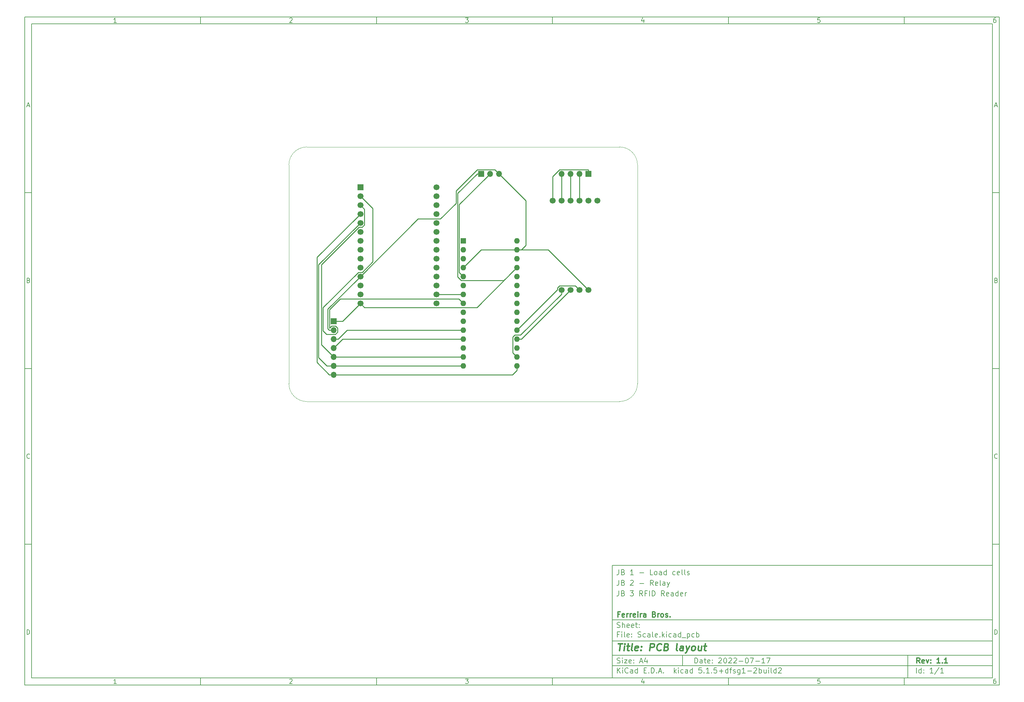
<source format=gbr>
G04 #@! TF.GenerationSoftware,KiCad,Pcbnew,5.1.5+dfsg1-2build2*
G04 #@! TF.CreationDate,2022-07-17T13:13:04+01:00*
G04 #@! TF.ProjectId,Scale,5363616c-652e-46b6-9963-61645f706362,1.1*
G04 #@! TF.SameCoordinates,Original*
G04 #@! TF.FileFunction,Copper,L1,Top*
G04 #@! TF.FilePolarity,Positive*
%FSLAX46Y46*%
G04 Gerber Fmt 4.6, Leading zero omitted, Abs format (unit mm)*
G04 Created by KiCad (PCBNEW 5.1.5+dfsg1-2build2) date 2022-07-17 13:13:04*
%MOMM*%
%LPD*%
G04 APERTURE LIST*
%ADD10C,0.100000*%
%ADD11C,0.150000*%
%ADD12C,0.300000*%
%ADD13C,0.400000*%
%ADD14C,1.700000*%
%ADD15R,1.700000X1.700000*%
%ADD16O,1.700000X1.700000*%
%ADD17O,1.600000X1.600000*%
%ADD18R,1.600000X1.600000*%
%ADD19C,0.250000*%
G04 APERTURE END LIST*
D10*
D11*
X177002200Y-166007200D02*
X177002200Y-198007200D01*
X285002200Y-198007200D01*
X285002200Y-166007200D01*
X177002200Y-166007200D01*
D10*
D11*
X10000000Y-10000000D02*
X10000000Y-200007200D01*
X287002200Y-200007200D01*
X287002200Y-10000000D01*
X10000000Y-10000000D01*
D10*
D11*
X12000000Y-12000000D02*
X12000000Y-198007200D01*
X285002200Y-198007200D01*
X285002200Y-12000000D01*
X12000000Y-12000000D01*
D10*
D11*
X60000000Y-12000000D02*
X60000000Y-10000000D01*
D10*
D11*
X110000000Y-12000000D02*
X110000000Y-10000000D01*
D10*
D11*
X160000000Y-12000000D02*
X160000000Y-10000000D01*
D10*
D11*
X210000000Y-12000000D02*
X210000000Y-10000000D01*
D10*
D11*
X260000000Y-12000000D02*
X260000000Y-10000000D01*
D10*
D11*
X36065476Y-11588095D02*
X35322619Y-11588095D01*
X35694047Y-11588095D02*
X35694047Y-10288095D01*
X35570238Y-10473809D01*
X35446428Y-10597619D01*
X35322619Y-10659523D01*
D10*
D11*
X85322619Y-10411904D02*
X85384523Y-10350000D01*
X85508333Y-10288095D01*
X85817857Y-10288095D01*
X85941666Y-10350000D01*
X86003571Y-10411904D01*
X86065476Y-10535714D01*
X86065476Y-10659523D01*
X86003571Y-10845238D01*
X85260714Y-11588095D01*
X86065476Y-11588095D01*
D10*
D11*
X135260714Y-10288095D02*
X136065476Y-10288095D01*
X135632142Y-10783333D01*
X135817857Y-10783333D01*
X135941666Y-10845238D01*
X136003571Y-10907142D01*
X136065476Y-11030952D01*
X136065476Y-11340476D01*
X136003571Y-11464285D01*
X135941666Y-11526190D01*
X135817857Y-11588095D01*
X135446428Y-11588095D01*
X135322619Y-11526190D01*
X135260714Y-11464285D01*
D10*
D11*
X185941666Y-10721428D02*
X185941666Y-11588095D01*
X185632142Y-10226190D02*
X185322619Y-11154761D01*
X186127380Y-11154761D01*
D10*
D11*
X236003571Y-10288095D02*
X235384523Y-10288095D01*
X235322619Y-10907142D01*
X235384523Y-10845238D01*
X235508333Y-10783333D01*
X235817857Y-10783333D01*
X235941666Y-10845238D01*
X236003571Y-10907142D01*
X236065476Y-11030952D01*
X236065476Y-11340476D01*
X236003571Y-11464285D01*
X235941666Y-11526190D01*
X235817857Y-11588095D01*
X235508333Y-11588095D01*
X235384523Y-11526190D01*
X235322619Y-11464285D01*
D10*
D11*
X285941666Y-10288095D02*
X285694047Y-10288095D01*
X285570238Y-10350000D01*
X285508333Y-10411904D01*
X285384523Y-10597619D01*
X285322619Y-10845238D01*
X285322619Y-11340476D01*
X285384523Y-11464285D01*
X285446428Y-11526190D01*
X285570238Y-11588095D01*
X285817857Y-11588095D01*
X285941666Y-11526190D01*
X286003571Y-11464285D01*
X286065476Y-11340476D01*
X286065476Y-11030952D01*
X286003571Y-10907142D01*
X285941666Y-10845238D01*
X285817857Y-10783333D01*
X285570238Y-10783333D01*
X285446428Y-10845238D01*
X285384523Y-10907142D01*
X285322619Y-11030952D01*
D10*
D11*
X60000000Y-198007200D02*
X60000000Y-200007200D01*
D10*
D11*
X110000000Y-198007200D02*
X110000000Y-200007200D01*
D10*
D11*
X160000000Y-198007200D02*
X160000000Y-200007200D01*
D10*
D11*
X210000000Y-198007200D02*
X210000000Y-200007200D01*
D10*
D11*
X260000000Y-198007200D02*
X260000000Y-200007200D01*
D10*
D11*
X36065476Y-199595295D02*
X35322619Y-199595295D01*
X35694047Y-199595295D02*
X35694047Y-198295295D01*
X35570238Y-198481009D01*
X35446428Y-198604819D01*
X35322619Y-198666723D01*
D10*
D11*
X85322619Y-198419104D02*
X85384523Y-198357200D01*
X85508333Y-198295295D01*
X85817857Y-198295295D01*
X85941666Y-198357200D01*
X86003571Y-198419104D01*
X86065476Y-198542914D01*
X86065476Y-198666723D01*
X86003571Y-198852438D01*
X85260714Y-199595295D01*
X86065476Y-199595295D01*
D10*
D11*
X135260714Y-198295295D02*
X136065476Y-198295295D01*
X135632142Y-198790533D01*
X135817857Y-198790533D01*
X135941666Y-198852438D01*
X136003571Y-198914342D01*
X136065476Y-199038152D01*
X136065476Y-199347676D01*
X136003571Y-199471485D01*
X135941666Y-199533390D01*
X135817857Y-199595295D01*
X135446428Y-199595295D01*
X135322619Y-199533390D01*
X135260714Y-199471485D01*
D10*
D11*
X185941666Y-198728628D02*
X185941666Y-199595295D01*
X185632142Y-198233390D02*
X185322619Y-199161961D01*
X186127380Y-199161961D01*
D10*
D11*
X236003571Y-198295295D02*
X235384523Y-198295295D01*
X235322619Y-198914342D01*
X235384523Y-198852438D01*
X235508333Y-198790533D01*
X235817857Y-198790533D01*
X235941666Y-198852438D01*
X236003571Y-198914342D01*
X236065476Y-199038152D01*
X236065476Y-199347676D01*
X236003571Y-199471485D01*
X235941666Y-199533390D01*
X235817857Y-199595295D01*
X235508333Y-199595295D01*
X235384523Y-199533390D01*
X235322619Y-199471485D01*
D10*
D11*
X285941666Y-198295295D02*
X285694047Y-198295295D01*
X285570238Y-198357200D01*
X285508333Y-198419104D01*
X285384523Y-198604819D01*
X285322619Y-198852438D01*
X285322619Y-199347676D01*
X285384523Y-199471485D01*
X285446428Y-199533390D01*
X285570238Y-199595295D01*
X285817857Y-199595295D01*
X285941666Y-199533390D01*
X286003571Y-199471485D01*
X286065476Y-199347676D01*
X286065476Y-199038152D01*
X286003571Y-198914342D01*
X285941666Y-198852438D01*
X285817857Y-198790533D01*
X285570238Y-198790533D01*
X285446428Y-198852438D01*
X285384523Y-198914342D01*
X285322619Y-199038152D01*
D10*
D11*
X10000000Y-60000000D02*
X12000000Y-60000000D01*
D10*
D11*
X10000000Y-110000000D02*
X12000000Y-110000000D01*
D10*
D11*
X10000000Y-160000000D02*
X12000000Y-160000000D01*
D10*
D11*
X10690476Y-35216666D02*
X11309523Y-35216666D01*
X10566666Y-35588095D02*
X11000000Y-34288095D01*
X11433333Y-35588095D01*
D10*
D11*
X11092857Y-84907142D02*
X11278571Y-84969047D01*
X11340476Y-85030952D01*
X11402380Y-85154761D01*
X11402380Y-85340476D01*
X11340476Y-85464285D01*
X11278571Y-85526190D01*
X11154761Y-85588095D01*
X10659523Y-85588095D01*
X10659523Y-84288095D01*
X11092857Y-84288095D01*
X11216666Y-84350000D01*
X11278571Y-84411904D01*
X11340476Y-84535714D01*
X11340476Y-84659523D01*
X11278571Y-84783333D01*
X11216666Y-84845238D01*
X11092857Y-84907142D01*
X10659523Y-84907142D01*
D10*
D11*
X11402380Y-135464285D02*
X11340476Y-135526190D01*
X11154761Y-135588095D01*
X11030952Y-135588095D01*
X10845238Y-135526190D01*
X10721428Y-135402380D01*
X10659523Y-135278571D01*
X10597619Y-135030952D01*
X10597619Y-134845238D01*
X10659523Y-134597619D01*
X10721428Y-134473809D01*
X10845238Y-134350000D01*
X11030952Y-134288095D01*
X11154761Y-134288095D01*
X11340476Y-134350000D01*
X11402380Y-134411904D01*
D10*
D11*
X10659523Y-185588095D02*
X10659523Y-184288095D01*
X10969047Y-184288095D01*
X11154761Y-184350000D01*
X11278571Y-184473809D01*
X11340476Y-184597619D01*
X11402380Y-184845238D01*
X11402380Y-185030952D01*
X11340476Y-185278571D01*
X11278571Y-185402380D01*
X11154761Y-185526190D01*
X10969047Y-185588095D01*
X10659523Y-185588095D01*
D10*
D11*
X287002200Y-60000000D02*
X285002200Y-60000000D01*
D10*
D11*
X287002200Y-110000000D02*
X285002200Y-110000000D01*
D10*
D11*
X287002200Y-160000000D02*
X285002200Y-160000000D01*
D10*
D11*
X285692676Y-35216666D02*
X286311723Y-35216666D01*
X285568866Y-35588095D02*
X286002200Y-34288095D01*
X286435533Y-35588095D01*
D10*
D11*
X286095057Y-84907142D02*
X286280771Y-84969047D01*
X286342676Y-85030952D01*
X286404580Y-85154761D01*
X286404580Y-85340476D01*
X286342676Y-85464285D01*
X286280771Y-85526190D01*
X286156961Y-85588095D01*
X285661723Y-85588095D01*
X285661723Y-84288095D01*
X286095057Y-84288095D01*
X286218866Y-84350000D01*
X286280771Y-84411904D01*
X286342676Y-84535714D01*
X286342676Y-84659523D01*
X286280771Y-84783333D01*
X286218866Y-84845238D01*
X286095057Y-84907142D01*
X285661723Y-84907142D01*
D10*
D11*
X286404580Y-135464285D02*
X286342676Y-135526190D01*
X286156961Y-135588095D01*
X286033152Y-135588095D01*
X285847438Y-135526190D01*
X285723628Y-135402380D01*
X285661723Y-135278571D01*
X285599819Y-135030952D01*
X285599819Y-134845238D01*
X285661723Y-134597619D01*
X285723628Y-134473809D01*
X285847438Y-134350000D01*
X286033152Y-134288095D01*
X286156961Y-134288095D01*
X286342676Y-134350000D01*
X286404580Y-134411904D01*
D10*
D11*
X285661723Y-185588095D02*
X285661723Y-184288095D01*
X285971247Y-184288095D01*
X286156961Y-184350000D01*
X286280771Y-184473809D01*
X286342676Y-184597619D01*
X286404580Y-184845238D01*
X286404580Y-185030952D01*
X286342676Y-185278571D01*
X286280771Y-185402380D01*
X286156961Y-185526190D01*
X285971247Y-185588095D01*
X285661723Y-185588095D01*
D10*
D11*
X200434342Y-193785771D02*
X200434342Y-192285771D01*
X200791485Y-192285771D01*
X201005771Y-192357200D01*
X201148628Y-192500057D01*
X201220057Y-192642914D01*
X201291485Y-192928628D01*
X201291485Y-193142914D01*
X201220057Y-193428628D01*
X201148628Y-193571485D01*
X201005771Y-193714342D01*
X200791485Y-193785771D01*
X200434342Y-193785771D01*
X202577200Y-193785771D02*
X202577200Y-193000057D01*
X202505771Y-192857200D01*
X202362914Y-192785771D01*
X202077200Y-192785771D01*
X201934342Y-192857200D01*
X202577200Y-193714342D02*
X202434342Y-193785771D01*
X202077200Y-193785771D01*
X201934342Y-193714342D01*
X201862914Y-193571485D01*
X201862914Y-193428628D01*
X201934342Y-193285771D01*
X202077200Y-193214342D01*
X202434342Y-193214342D01*
X202577200Y-193142914D01*
X203077200Y-192785771D02*
X203648628Y-192785771D01*
X203291485Y-192285771D02*
X203291485Y-193571485D01*
X203362914Y-193714342D01*
X203505771Y-193785771D01*
X203648628Y-193785771D01*
X204720057Y-193714342D02*
X204577200Y-193785771D01*
X204291485Y-193785771D01*
X204148628Y-193714342D01*
X204077200Y-193571485D01*
X204077200Y-193000057D01*
X204148628Y-192857200D01*
X204291485Y-192785771D01*
X204577200Y-192785771D01*
X204720057Y-192857200D01*
X204791485Y-193000057D01*
X204791485Y-193142914D01*
X204077200Y-193285771D01*
X205434342Y-193642914D02*
X205505771Y-193714342D01*
X205434342Y-193785771D01*
X205362914Y-193714342D01*
X205434342Y-193642914D01*
X205434342Y-193785771D01*
X205434342Y-192857200D02*
X205505771Y-192928628D01*
X205434342Y-193000057D01*
X205362914Y-192928628D01*
X205434342Y-192857200D01*
X205434342Y-193000057D01*
X207220057Y-192428628D02*
X207291485Y-192357200D01*
X207434342Y-192285771D01*
X207791485Y-192285771D01*
X207934342Y-192357200D01*
X208005771Y-192428628D01*
X208077200Y-192571485D01*
X208077200Y-192714342D01*
X208005771Y-192928628D01*
X207148628Y-193785771D01*
X208077200Y-193785771D01*
X209005771Y-192285771D02*
X209148628Y-192285771D01*
X209291485Y-192357200D01*
X209362914Y-192428628D01*
X209434342Y-192571485D01*
X209505771Y-192857200D01*
X209505771Y-193214342D01*
X209434342Y-193500057D01*
X209362914Y-193642914D01*
X209291485Y-193714342D01*
X209148628Y-193785771D01*
X209005771Y-193785771D01*
X208862914Y-193714342D01*
X208791485Y-193642914D01*
X208720057Y-193500057D01*
X208648628Y-193214342D01*
X208648628Y-192857200D01*
X208720057Y-192571485D01*
X208791485Y-192428628D01*
X208862914Y-192357200D01*
X209005771Y-192285771D01*
X210077200Y-192428628D02*
X210148628Y-192357200D01*
X210291485Y-192285771D01*
X210648628Y-192285771D01*
X210791485Y-192357200D01*
X210862914Y-192428628D01*
X210934342Y-192571485D01*
X210934342Y-192714342D01*
X210862914Y-192928628D01*
X210005771Y-193785771D01*
X210934342Y-193785771D01*
X211505771Y-192428628D02*
X211577200Y-192357200D01*
X211720057Y-192285771D01*
X212077200Y-192285771D01*
X212220057Y-192357200D01*
X212291485Y-192428628D01*
X212362914Y-192571485D01*
X212362914Y-192714342D01*
X212291485Y-192928628D01*
X211434342Y-193785771D01*
X212362914Y-193785771D01*
X213005771Y-193214342D02*
X214148628Y-193214342D01*
X215148628Y-192285771D02*
X215291485Y-192285771D01*
X215434342Y-192357200D01*
X215505771Y-192428628D01*
X215577200Y-192571485D01*
X215648628Y-192857200D01*
X215648628Y-193214342D01*
X215577200Y-193500057D01*
X215505771Y-193642914D01*
X215434342Y-193714342D01*
X215291485Y-193785771D01*
X215148628Y-193785771D01*
X215005771Y-193714342D01*
X214934342Y-193642914D01*
X214862914Y-193500057D01*
X214791485Y-193214342D01*
X214791485Y-192857200D01*
X214862914Y-192571485D01*
X214934342Y-192428628D01*
X215005771Y-192357200D01*
X215148628Y-192285771D01*
X216148628Y-192285771D02*
X217148628Y-192285771D01*
X216505771Y-193785771D01*
X217720057Y-193214342D02*
X218862914Y-193214342D01*
X220362914Y-193785771D02*
X219505771Y-193785771D01*
X219934342Y-193785771D02*
X219934342Y-192285771D01*
X219791485Y-192500057D01*
X219648628Y-192642914D01*
X219505771Y-192714342D01*
X220862914Y-192285771D02*
X221862914Y-192285771D01*
X221220057Y-193785771D01*
D10*
D11*
X177002200Y-194507200D02*
X285002200Y-194507200D01*
D10*
D11*
X178434342Y-196585771D02*
X178434342Y-195085771D01*
X179291485Y-196585771D02*
X178648628Y-195728628D01*
X179291485Y-195085771D02*
X178434342Y-195942914D01*
X179934342Y-196585771D02*
X179934342Y-195585771D01*
X179934342Y-195085771D02*
X179862914Y-195157200D01*
X179934342Y-195228628D01*
X180005771Y-195157200D01*
X179934342Y-195085771D01*
X179934342Y-195228628D01*
X181505771Y-196442914D02*
X181434342Y-196514342D01*
X181220057Y-196585771D01*
X181077200Y-196585771D01*
X180862914Y-196514342D01*
X180720057Y-196371485D01*
X180648628Y-196228628D01*
X180577200Y-195942914D01*
X180577200Y-195728628D01*
X180648628Y-195442914D01*
X180720057Y-195300057D01*
X180862914Y-195157200D01*
X181077200Y-195085771D01*
X181220057Y-195085771D01*
X181434342Y-195157200D01*
X181505771Y-195228628D01*
X182791485Y-196585771D02*
X182791485Y-195800057D01*
X182720057Y-195657200D01*
X182577200Y-195585771D01*
X182291485Y-195585771D01*
X182148628Y-195657200D01*
X182791485Y-196514342D02*
X182648628Y-196585771D01*
X182291485Y-196585771D01*
X182148628Y-196514342D01*
X182077200Y-196371485D01*
X182077200Y-196228628D01*
X182148628Y-196085771D01*
X182291485Y-196014342D01*
X182648628Y-196014342D01*
X182791485Y-195942914D01*
X184148628Y-196585771D02*
X184148628Y-195085771D01*
X184148628Y-196514342D02*
X184005771Y-196585771D01*
X183720057Y-196585771D01*
X183577200Y-196514342D01*
X183505771Y-196442914D01*
X183434342Y-196300057D01*
X183434342Y-195871485D01*
X183505771Y-195728628D01*
X183577200Y-195657200D01*
X183720057Y-195585771D01*
X184005771Y-195585771D01*
X184148628Y-195657200D01*
X186005771Y-195800057D02*
X186505771Y-195800057D01*
X186720057Y-196585771D02*
X186005771Y-196585771D01*
X186005771Y-195085771D01*
X186720057Y-195085771D01*
X187362914Y-196442914D02*
X187434342Y-196514342D01*
X187362914Y-196585771D01*
X187291485Y-196514342D01*
X187362914Y-196442914D01*
X187362914Y-196585771D01*
X188077200Y-196585771D02*
X188077200Y-195085771D01*
X188434342Y-195085771D01*
X188648628Y-195157200D01*
X188791485Y-195300057D01*
X188862914Y-195442914D01*
X188934342Y-195728628D01*
X188934342Y-195942914D01*
X188862914Y-196228628D01*
X188791485Y-196371485D01*
X188648628Y-196514342D01*
X188434342Y-196585771D01*
X188077200Y-196585771D01*
X189577200Y-196442914D02*
X189648628Y-196514342D01*
X189577200Y-196585771D01*
X189505771Y-196514342D01*
X189577200Y-196442914D01*
X189577200Y-196585771D01*
X190220057Y-196157200D02*
X190934342Y-196157200D01*
X190077200Y-196585771D02*
X190577200Y-195085771D01*
X191077200Y-196585771D01*
X191577200Y-196442914D02*
X191648628Y-196514342D01*
X191577200Y-196585771D01*
X191505771Y-196514342D01*
X191577200Y-196442914D01*
X191577200Y-196585771D01*
X194577200Y-196585771D02*
X194577200Y-195085771D01*
X194720057Y-196014342D02*
X195148628Y-196585771D01*
X195148628Y-195585771D02*
X194577200Y-196157200D01*
X195791485Y-196585771D02*
X195791485Y-195585771D01*
X195791485Y-195085771D02*
X195720057Y-195157200D01*
X195791485Y-195228628D01*
X195862914Y-195157200D01*
X195791485Y-195085771D01*
X195791485Y-195228628D01*
X197148628Y-196514342D02*
X197005771Y-196585771D01*
X196720057Y-196585771D01*
X196577200Y-196514342D01*
X196505771Y-196442914D01*
X196434342Y-196300057D01*
X196434342Y-195871485D01*
X196505771Y-195728628D01*
X196577200Y-195657200D01*
X196720057Y-195585771D01*
X197005771Y-195585771D01*
X197148628Y-195657200D01*
X198434342Y-196585771D02*
X198434342Y-195800057D01*
X198362914Y-195657200D01*
X198220057Y-195585771D01*
X197934342Y-195585771D01*
X197791485Y-195657200D01*
X198434342Y-196514342D02*
X198291485Y-196585771D01*
X197934342Y-196585771D01*
X197791485Y-196514342D01*
X197720057Y-196371485D01*
X197720057Y-196228628D01*
X197791485Y-196085771D01*
X197934342Y-196014342D01*
X198291485Y-196014342D01*
X198434342Y-195942914D01*
X199791485Y-196585771D02*
X199791485Y-195085771D01*
X199791485Y-196514342D02*
X199648628Y-196585771D01*
X199362914Y-196585771D01*
X199220057Y-196514342D01*
X199148628Y-196442914D01*
X199077200Y-196300057D01*
X199077200Y-195871485D01*
X199148628Y-195728628D01*
X199220057Y-195657200D01*
X199362914Y-195585771D01*
X199648628Y-195585771D01*
X199791485Y-195657200D01*
X202362914Y-195085771D02*
X201648628Y-195085771D01*
X201577200Y-195800057D01*
X201648628Y-195728628D01*
X201791485Y-195657200D01*
X202148628Y-195657200D01*
X202291485Y-195728628D01*
X202362914Y-195800057D01*
X202434342Y-195942914D01*
X202434342Y-196300057D01*
X202362914Y-196442914D01*
X202291485Y-196514342D01*
X202148628Y-196585771D01*
X201791485Y-196585771D01*
X201648628Y-196514342D01*
X201577200Y-196442914D01*
X203077200Y-196442914D02*
X203148628Y-196514342D01*
X203077200Y-196585771D01*
X203005771Y-196514342D01*
X203077200Y-196442914D01*
X203077200Y-196585771D01*
X204577200Y-196585771D02*
X203720057Y-196585771D01*
X204148628Y-196585771D02*
X204148628Y-195085771D01*
X204005771Y-195300057D01*
X203862914Y-195442914D01*
X203720057Y-195514342D01*
X205220057Y-196442914D02*
X205291485Y-196514342D01*
X205220057Y-196585771D01*
X205148628Y-196514342D01*
X205220057Y-196442914D01*
X205220057Y-196585771D01*
X206648628Y-195085771D02*
X205934342Y-195085771D01*
X205862914Y-195800057D01*
X205934342Y-195728628D01*
X206077200Y-195657200D01*
X206434342Y-195657200D01*
X206577200Y-195728628D01*
X206648628Y-195800057D01*
X206720057Y-195942914D01*
X206720057Y-196300057D01*
X206648628Y-196442914D01*
X206577200Y-196514342D01*
X206434342Y-196585771D01*
X206077200Y-196585771D01*
X205934342Y-196514342D01*
X205862914Y-196442914D01*
X207362914Y-196014342D02*
X208505771Y-196014342D01*
X207934342Y-196585771D02*
X207934342Y-195442914D01*
X209862914Y-196585771D02*
X209862914Y-195085771D01*
X209862914Y-196514342D02*
X209720057Y-196585771D01*
X209434342Y-196585771D01*
X209291485Y-196514342D01*
X209220057Y-196442914D01*
X209148628Y-196300057D01*
X209148628Y-195871485D01*
X209220057Y-195728628D01*
X209291485Y-195657200D01*
X209434342Y-195585771D01*
X209720057Y-195585771D01*
X209862914Y-195657200D01*
X210362914Y-195585771D02*
X210934342Y-195585771D01*
X210577200Y-196585771D02*
X210577200Y-195300057D01*
X210648628Y-195157200D01*
X210791485Y-195085771D01*
X210934342Y-195085771D01*
X211362914Y-196514342D02*
X211505771Y-196585771D01*
X211791485Y-196585771D01*
X211934342Y-196514342D01*
X212005771Y-196371485D01*
X212005771Y-196300057D01*
X211934342Y-196157200D01*
X211791485Y-196085771D01*
X211577200Y-196085771D01*
X211434342Y-196014342D01*
X211362914Y-195871485D01*
X211362914Y-195800057D01*
X211434342Y-195657200D01*
X211577200Y-195585771D01*
X211791485Y-195585771D01*
X211934342Y-195657200D01*
X213291485Y-195585771D02*
X213291485Y-196800057D01*
X213220057Y-196942914D01*
X213148628Y-197014342D01*
X213005771Y-197085771D01*
X212791485Y-197085771D01*
X212648628Y-197014342D01*
X213291485Y-196514342D02*
X213148628Y-196585771D01*
X212862914Y-196585771D01*
X212720057Y-196514342D01*
X212648628Y-196442914D01*
X212577200Y-196300057D01*
X212577200Y-195871485D01*
X212648628Y-195728628D01*
X212720057Y-195657200D01*
X212862914Y-195585771D01*
X213148628Y-195585771D01*
X213291485Y-195657200D01*
X214791485Y-196585771D02*
X213934342Y-196585771D01*
X214362914Y-196585771D02*
X214362914Y-195085771D01*
X214220057Y-195300057D01*
X214077200Y-195442914D01*
X213934342Y-195514342D01*
X215434342Y-196014342D02*
X216577200Y-196014342D01*
X217220057Y-195228628D02*
X217291485Y-195157200D01*
X217434342Y-195085771D01*
X217791485Y-195085771D01*
X217934342Y-195157200D01*
X218005771Y-195228628D01*
X218077200Y-195371485D01*
X218077200Y-195514342D01*
X218005771Y-195728628D01*
X217148628Y-196585771D01*
X218077200Y-196585771D01*
X218720057Y-196585771D02*
X218720057Y-195085771D01*
X218720057Y-195657200D02*
X218862914Y-195585771D01*
X219148628Y-195585771D01*
X219291485Y-195657200D01*
X219362914Y-195728628D01*
X219434342Y-195871485D01*
X219434342Y-196300057D01*
X219362914Y-196442914D01*
X219291485Y-196514342D01*
X219148628Y-196585771D01*
X218862914Y-196585771D01*
X218720057Y-196514342D01*
X220720057Y-195585771D02*
X220720057Y-196585771D01*
X220077200Y-195585771D02*
X220077200Y-196371485D01*
X220148628Y-196514342D01*
X220291485Y-196585771D01*
X220505771Y-196585771D01*
X220648628Y-196514342D01*
X220720057Y-196442914D01*
X221434342Y-196585771D02*
X221434342Y-195585771D01*
X221434342Y-195085771D02*
X221362914Y-195157200D01*
X221434342Y-195228628D01*
X221505771Y-195157200D01*
X221434342Y-195085771D01*
X221434342Y-195228628D01*
X222362914Y-196585771D02*
X222220057Y-196514342D01*
X222148628Y-196371485D01*
X222148628Y-195085771D01*
X223577200Y-196585771D02*
X223577200Y-195085771D01*
X223577200Y-196514342D02*
X223434342Y-196585771D01*
X223148628Y-196585771D01*
X223005771Y-196514342D01*
X222934342Y-196442914D01*
X222862914Y-196300057D01*
X222862914Y-195871485D01*
X222934342Y-195728628D01*
X223005771Y-195657200D01*
X223148628Y-195585771D01*
X223434342Y-195585771D01*
X223577200Y-195657200D01*
X224220057Y-195228628D02*
X224291485Y-195157200D01*
X224434342Y-195085771D01*
X224791485Y-195085771D01*
X224934342Y-195157200D01*
X225005771Y-195228628D01*
X225077200Y-195371485D01*
X225077200Y-195514342D01*
X225005771Y-195728628D01*
X224148628Y-196585771D01*
X225077200Y-196585771D01*
D10*
D11*
X177002200Y-191507200D02*
X285002200Y-191507200D01*
D10*
D12*
X264411485Y-193785771D02*
X263911485Y-193071485D01*
X263554342Y-193785771D02*
X263554342Y-192285771D01*
X264125771Y-192285771D01*
X264268628Y-192357200D01*
X264340057Y-192428628D01*
X264411485Y-192571485D01*
X264411485Y-192785771D01*
X264340057Y-192928628D01*
X264268628Y-193000057D01*
X264125771Y-193071485D01*
X263554342Y-193071485D01*
X265625771Y-193714342D02*
X265482914Y-193785771D01*
X265197200Y-193785771D01*
X265054342Y-193714342D01*
X264982914Y-193571485D01*
X264982914Y-193000057D01*
X265054342Y-192857200D01*
X265197200Y-192785771D01*
X265482914Y-192785771D01*
X265625771Y-192857200D01*
X265697200Y-193000057D01*
X265697200Y-193142914D01*
X264982914Y-193285771D01*
X266197200Y-192785771D02*
X266554342Y-193785771D01*
X266911485Y-192785771D01*
X267482914Y-193642914D02*
X267554342Y-193714342D01*
X267482914Y-193785771D01*
X267411485Y-193714342D01*
X267482914Y-193642914D01*
X267482914Y-193785771D01*
X267482914Y-192857200D02*
X267554342Y-192928628D01*
X267482914Y-193000057D01*
X267411485Y-192928628D01*
X267482914Y-192857200D01*
X267482914Y-193000057D01*
X270125771Y-193785771D02*
X269268628Y-193785771D01*
X269697200Y-193785771D02*
X269697200Y-192285771D01*
X269554342Y-192500057D01*
X269411485Y-192642914D01*
X269268628Y-192714342D01*
X270768628Y-193642914D02*
X270840057Y-193714342D01*
X270768628Y-193785771D01*
X270697200Y-193714342D01*
X270768628Y-193642914D01*
X270768628Y-193785771D01*
X272268628Y-193785771D02*
X271411485Y-193785771D01*
X271840057Y-193785771D02*
X271840057Y-192285771D01*
X271697200Y-192500057D01*
X271554342Y-192642914D01*
X271411485Y-192714342D01*
D10*
D11*
X178362914Y-193714342D02*
X178577200Y-193785771D01*
X178934342Y-193785771D01*
X179077200Y-193714342D01*
X179148628Y-193642914D01*
X179220057Y-193500057D01*
X179220057Y-193357200D01*
X179148628Y-193214342D01*
X179077200Y-193142914D01*
X178934342Y-193071485D01*
X178648628Y-193000057D01*
X178505771Y-192928628D01*
X178434342Y-192857200D01*
X178362914Y-192714342D01*
X178362914Y-192571485D01*
X178434342Y-192428628D01*
X178505771Y-192357200D01*
X178648628Y-192285771D01*
X179005771Y-192285771D01*
X179220057Y-192357200D01*
X179862914Y-193785771D02*
X179862914Y-192785771D01*
X179862914Y-192285771D02*
X179791485Y-192357200D01*
X179862914Y-192428628D01*
X179934342Y-192357200D01*
X179862914Y-192285771D01*
X179862914Y-192428628D01*
X180434342Y-192785771D02*
X181220057Y-192785771D01*
X180434342Y-193785771D01*
X181220057Y-193785771D01*
X182362914Y-193714342D02*
X182220057Y-193785771D01*
X181934342Y-193785771D01*
X181791485Y-193714342D01*
X181720057Y-193571485D01*
X181720057Y-193000057D01*
X181791485Y-192857200D01*
X181934342Y-192785771D01*
X182220057Y-192785771D01*
X182362914Y-192857200D01*
X182434342Y-193000057D01*
X182434342Y-193142914D01*
X181720057Y-193285771D01*
X183077200Y-193642914D02*
X183148628Y-193714342D01*
X183077200Y-193785771D01*
X183005771Y-193714342D01*
X183077200Y-193642914D01*
X183077200Y-193785771D01*
X183077200Y-192857200D02*
X183148628Y-192928628D01*
X183077200Y-193000057D01*
X183005771Y-192928628D01*
X183077200Y-192857200D01*
X183077200Y-193000057D01*
X184862914Y-193357200D02*
X185577200Y-193357200D01*
X184720057Y-193785771D02*
X185220057Y-192285771D01*
X185720057Y-193785771D01*
X186862914Y-192785771D02*
X186862914Y-193785771D01*
X186505771Y-192214342D02*
X186148628Y-193285771D01*
X187077200Y-193285771D01*
D10*
D11*
X263434342Y-196585771D02*
X263434342Y-195085771D01*
X264791485Y-196585771D02*
X264791485Y-195085771D01*
X264791485Y-196514342D02*
X264648628Y-196585771D01*
X264362914Y-196585771D01*
X264220057Y-196514342D01*
X264148628Y-196442914D01*
X264077200Y-196300057D01*
X264077200Y-195871485D01*
X264148628Y-195728628D01*
X264220057Y-195657200D01*
X264362914Y-195585771D01*
X264648628Y-195585771D01*
X264791485Y-195657200D01*
X265505771Y-196442914D02*
X265577200Y-196514342D01*
X265505771Y-196585771D01*
X265434342Y-196514342D01*
X265505771Y-196442914D01*
X265505771Y-196585771D01*
X265505771Y-195657200D02*
X265577200Y-195728628D01*
X265505771Y-195800057D01*
X265434342Y-195728628D01*
X265505771Y-195657200D01*
X265505771Y-195800057D01*
X268148628Y-196585771D02*
X267291485Y-196585771D01*
X267720057Y-196585771D02*
X267720057Y-195085771D01*
X267577200Y-195300057D01*
X267434342Y-195442914D01*
X267291485Y-195514342D01*
X269862914Y-195014342D02*
X268577200Y-196942914D01*
X271148628Y-196585771D02*
X270291485Y-196585771D01*
X270720057Y-196585771D02*
X270720057Y-195085771D01*
X270577200Y-195300057D01*
X270434342Y-195442914D01*
X270291485Y-195514342D01*
D10*
D11*
X177002200Y-187507200D02*
X285002200Y-187507200D01*
D10*
D13*
X178714580Y-188211961D02*
X179857438Y-188211961D01*
X179036009Y-190211961D02*
X179286009Y-188211961D01*
X180274104Y-190211961D02*
X180440771Y-188878628D01*
X180524104Y-188211961D02*
X180416961Y-188307200D01*
X180500295Y-188402438D01*
X180607438Y-188307200D01*
X180524104Y-188211961D01*
X180500295Y-188402438D01*
X181107438Y-188878628D02*
X181869342Y-188878628D01*
X181476485Y-188211961D02*
X181262200Y-189926247D01*
X181333628Y-190116723D01*
X181512200Y-190211961D01*
X181702676Y-190211961D01*
X182655057Y-190211961D02*
X182476485Y-190116723D01*
X182405057Y-189926247D01*
X182619342Y-188211961D01*
X184190771Y-190116723D02*
X183988390Y-190211961D01*
X183607438Y-190211961D01*
X183428866Y-190116723D01*
X183357438Y-189926247D01*
X183452676Y-189164342D01*
X183571723Y-188973866D01*
X183774104Y-188878628D01*
X184155057Y-188878628D01*
X184333628Y-188973866D01*
X184405057Y-189164342D01*
X184381247Y-189354819D01*
X183405057Y-189545295D01*
X185155057Y-190021485D02*
X185238390Y-190116723D01*
X185131247Y-190211961D01*
X185047914Y-190116723D01*
X185155057Y-190021485D01*
X185131247Y-190211961D01*
X185286009Y-188973866D02*
X185369342Y-189069104D01*
X185262200Y-189164342D01*
X185178866Y-189069104D01*
X185286009Y-188973866D01*
X185262200Y-189164342D01*
X187607438Y-190211961D02*
X187857438Y-188211961D01*
X188619342Y-188211961D01*
X188797914Y-188307200D01*
X188881247Y-188402438D01*
X188952676Y-188592914D01*
X188916961Y-188878628D01*
X188797914Y-189069104D01*
X188690771Y-189164342D01*
X188488390Y-189259580D01*
X187726485Y-189259580D01*
X190774104Y-190021485D02*
X190666961Y-190116723D01*
X190369342Y-190211961D01*
X190178866Y-190211961D01*
X189905057Y-190116723D01*
X189738390Y-189926247D01*
X189666961Y-189735771D01*
X189619342Y-189354819D01*
X189655057Y-189069104D01*
X189797914Y-188688152D01*
X189916961Y-188497676D01*
X190131247Y-188307200D01*
X190428866Y-188211961D01*
X190619342Y-188211961D01*
X190893152Y-188307200D01*
X190976485Y-188402438D01*
X192405057Y-189164342D02*
X192678866Y-189259580D01*
X192762200Y-189354819D01*
X192833628Y-189545295D01*
X192797914Y-189831009D01*
X192678866Y-190021485D01*
X192571723Y-190116723D01*
X192369342Y-190211961D01*
X191607438Y-190211961D01*
X191857438Y-188211961D01*
X192524104Y-188211961D01*
X192702676Y-188307200D01*
X192786009Y-188402438D01*
X192857438Y-188592914D01*
X192833628Y-188783390D01*
X192714580Y-188973866D01*
X192607438Y-189069104D01*
X192405057Y-189164342D01*
X191738390Y-189164342D01*
X195416961Y-190211961D02*
X195238390Y-190116723D01*
X195166961Y-189926247D01*
X195381247Y-188211961D01*
X197036009Y-190211961D02*
X197166961Y-189164342D01*
X197095533Y-188973866D01*
X196916961Y-188878628D01*
X196536009Y-188878628D01*
X196333628Y-188973866D01*
X197047914Y-190116723D02*
X196845533Y-190211961D01*
X196369342Y-190211961D01*
X196190771Y-190116723D01*
X196119342Y-189926247D01*
X196143152Y-189735771D01*
X196262200Y-189545295D01*
X196464580Y-189450057D01*
X196940771Y-189450057D01*
X197143152Y-189354819D01*
X197964580Y-188878628D02*
X198274104Y-190211961D01*
X198916961Y-188878628D02*
X198274104Y-190211961D01*
X198024104Y-190688152D01*
X197916961Y-190783390D01*
X197714580Y-190878628D01*
X199797914Y-190211961D02*
X199619342Y-190116723D01*
X199536009Y-190021485D01*
X199464580Y-189831009D01*
X199536009Y-189259580D01*
X199655057Y-189069104D01*
X199762200Y-188973866D01*
X199964580Y-188878628D01*
X200250295Y-188878628D01*
X200428866Y-188973866D01*
X200512200Y-189069104D01*
X200583628Y-189259580D01*
X200512200Y-189831009D01*
X200393152Y-190021485D01*
X200286009Y-190116723D01*
X200083628Y-190211961D01*
X199797914Y-190211961D01*
X202345533Y-188878628D02*
X202178866Y-190211961D01*
X201488390Y-188878628D02*
X201357438Y-189926247D01*
X201428866Y-190116723D01*
X201607438Y-190211961D01*
X201893152Y-190211961D01*
X202095533Y-190116723D01*
X202202676Y-190021485D01*
X203012200Y-188878628D02*
X203774104Y-188878628D01*
X203381247Y-188211961D02*
X203166961Y-189926247D01*
X203238390Y-190116723D01*
X203416961Y-190211961D01*
X203607438Y-190211961D01*
D10*
D11*
X178934342Y-185600057D02*
X178434342Y-185600057D01*
X178434342Y-186385771D02*
X178434342Y-184885771D01*
X179148628Y-184885771D01*
X179720057Y-186385771D02*
X179720057Y-185385771D01*
X179720057Y-184885771D02*
X179648628Y-184957200D01*
X179720057Y-185028628D01*
X179791485Y-184957200D01*
X179720057Y-184885771D01*
X179720057Y-185028628D01*
X180648628Y-186385771D02*
X180505771Y-186314342D01*
X180434342Y-186171485D01*
X180434342Y-184885771D01*
X181791485Y-186314342D02*
X181648628Y-186385771D01*
X181362914Y-186385771D01*
X181220057Y-186314342D01*
X181148628Y-186171485D01*
X181148628Y-185600057D01*
X181220057Y-185457200D01*
X181362914Y-185385771D01*
X181648628Y-185385771D01*
X181791485Y-185457200D01*
X181862914Y-185600057D01*
X181862914Y-185742914D01*
X181148628Y-185885771D01*
X182505771Y-186242914D02*
X182577200Y-186314342D01*
X182505771Y-186385771D01*
X182434342Y-186314342D01*
X182505771Y-186242914D01*
X182505771Y-186385771D01*
X182505771Y-185457200D02*
X182577200Y-185528628D01*
X182505771Y-185600057D01*
X182434342Y-185528628D01*
X182505771Y-185457200D01*
X182505771Y-185600057D01*
X184291485Y-186314342D02*
X184505771Y-186385771D01*
X184862914Y-186385771D01*
X185005771Y-186314342D01*
X185077200Y-186242914D01*
X185148628Y-186100057D01*
X185148628Y-185957200D01*
X185077200Y-185814342D01*
X185005771Y-185742914D01*
X184862914Y-185671485D01*
X184577200Y-185600057D01*
X184434342Y-185528628D01*
X184362914Y-185457200D01*
X184291485Y-185314342D01*
X184291485Y-185171485D01*
X184362914Y-185028628D01*
X184434342Y-184957200D01*
X184577200Y-184885771D01*
X184934342Y-184885771D01*
X185148628Y-184957200D01*
X186434342Y-186314342D02*
X186291485Y-186385771D01*
X186005771Y-186385771D01*
X185862914Y-186314342D01*
X185791485Y-186242914D01*
X185720057Y-186100057D01*
X185720057Y-185671485D01*
X185791485Y-185528628D01*
X185862914Y-185457200D01*
X186005771Y-185385771D01*
X186291485Y-185385771D01*
X186434342Y-185457200D01*
X187720057Y-186385771D02*
X187720057Y-185600057D01*
X187648628Y-185457200D01*
X187505771Y-185385771D01*
X187220057Y-185385771D01*
X187077200Y-185457200D01*
X187720057Y-186314342D02*
X187577200Y-186385771D01*
X187220057Y-186385771D01*
X187077200Y-186314342D01*
X187005771Y-186171485D01*
X187005771Y-186028628D01*
X187077200Y-185885771D01*
X187220057Y-185814342D01*
X187577200Y-185814342D01*
X187720057Y-185742914D01*
X188648628Y-186385771D02*
X188505771Y-186314342D01*
X188434342Y-186171485D01*
X188434342Y-184885771D01*
X189791485Y-186314342D02*
X189648628Y-186385771D01*
X189362914Y-186385771D01*
X189220057Y-186314342D01*
X189148628Y-186171485D01*
X189148628Y-185600057D01*
X189220057Y-185457200D01*
X189362914Y-185385771D01*
X189648628Y-185385771D01*
X189791485Y-185457200D01*
X189862914Y-185600057D01*
X189862914Y-185742914D01*
X189148628Y-185885771D01*
X190505771Y-186242914D02*
X190577200Y-186314342D01*
X190505771Y-186385771D01*
X190434342Y-186314342D01*
X190505771Y-186242914D01*
X190505771Y-186385771D01*
X191220057Y-186385771D02*
X191220057Y-184885771D01*
X191362914Y-185814342D02*
X191791485Y-186385771D01*
X191791485Y-185385771D02*
X191220057Y-185957200D01*
X192434342Y-186385771D02*
X192434342Y-185385771D01*
X192434342Y-184885771D02*
X192362914Y-184957200D01*
X192434342Y-185028628D01*
X192505771Y-184957200D01*
X192434342Y-184885771D01*
X192434342Y-185028628D01*
X193791485Y-186314342D02*
X193648628Y-186385771D01*
X193362914Y-186385771D01*
X193220057Y-186314342D01*
X193148628Y-186242914D01*
X193077200Y-186100057D01*
X193077200Y-185671485D01*
X193148628Y-185528628D01*
X193220057Y-185457200D01*
X193362914Y-185385771D01*
X193648628Y-185385771D01*
X193791485Y-185457200D01*
X195077200Y-186385771D02*
X195077200Y-185600057D01*
X195005771Y-185457200D01*
X194862914Y-185385771D01*
X194577200Y-185385771D01*
X194434342Y-185457200D01*
X195077200Y-186314342D02*
X194934342Y-186385771D01*
X194577200Y-186385771D01*
X194434342Y-186314342D01*
X194362914Y-186171485D01*
X194362914Y-186028628D01*
X194434342Y-185885771D01*
X194577200Y-185814342D01*
X194934342Y-185814342D01*
X195077200Y-185742914D01*
X196434342Y-186385771D02*
X196434342Y-184885771D01*
X196434342Y-186314342D02*
X196291485Y-186385771D01*
X196005771Y-186385771D01*
X195862914Y-186314342D01*
X195791485Y-186242914D01*
X195720057Y-186100057D01*
X195720057Y-185671485D01*
X195791485Y-185528628D01*
X195862914Y-185457200D01*
X196005771Y-185385771D01*
X196291485Y-185385771D01*
X196434342Y-185457200D01*
X196791485Y-186528628D02*
X197934342Y-186528628D01*
X198291485Y-185385771D02*
X198291485Y-186885771D01*
X198291485Y-185457200D02*
X198434342Y-185385771D01*
X198720057Y-185385771D01*
X198862914Y-185457200D01*
X198934342Y-185528628D01*
X199005771Y-185671485D01*
X199005771Y-186100057D01*
X198934342Y-186242914D01*
X198862914Y-186314342D01*
X198720057Y-186385771D01*
X198434342Y-186385771D01*
X198291485Y-186314342D01*
X200291485Y-186314342D02*
X200148628Y-186385771D01*
X199862914Y-186385771D01*
X199720057Y-186314342D01*
X199648628Y-186242914D01*
X199577200Y-186100057D01*
X199577200Y-185671485D01*
X199648628Y-185528628D01*
X199720057Y-185457200D01*
X199862914Y-185385771D01*
X200148628Y-185385771D01*
X200291485Y-185457200D01*
X200934342Y-186385771D02*
X200934342Y-184885771D01*
X200934342Y-185457200D02*
X201077200Y-185385771D01*
X201362914Y-185385771D01*
X201505771Y-185457200D01*
X201577200Y-185528628D01*
X201648628Y-185671485D01*
X201648628Y-186100057D01*
X201577200Y-186242914D01*
X201505771Y-186314342D01*
X201362914Y-186385771D01*
X201077200Y-186385771D01*
X200934342Y-186314342D01*
D10*
D11*
X177002200Y-181507200D02*
X285002200Y-181507200D01*
D10*
D11*
X178362914Y-183614342D02*
X178577200Y-183685771D01*
X178934342Y-183685771D01*
X179077200Y-183614342D01*
X179148628Y-183542914D01*
X179220057Y-183400057D01*
X179220057Y-183257200D01*
X179148628Y-183114342D01*
X179077200Y-183042914D01*
X178934342Y-182971485D01*
X178648628Y-182900057D01*
X178505771Y-182828628D01*
X178434342Y-182757200D01*
X178362914Y-182614342D01*
X178362914Y-182471485D01*
X178434342Y-182328628D01*
X178505771Y-182257200D01*
X178648628Y-182185771D01*
X179005771Y-182185771D01*
X179220057Y-182257200D01*
X179862914Y-183685771D02*
X179862914Y-182185771D01*
X180505771Y-183685771D02*
X180505771Y-182900057D01*
X180434342Y-182757200D01*
X180291485Y-182685771D01*
X180077200Y-182685771D01*
X179934342Y-182757200D01*
X179862914Y-182828628D01*
X181791485Y-183614342D02*
X181648628Y-183685771D01*
X181362914Y-183685771D01*
X181220057Y-183614342D01*
X181148628Y-183471485D01*
X181148628Y-182900057D01*
X181220057Y-182757200D01*
X181362914Y-182685771D01*
X181648628Y-182685771D01*
X181791485Y-182757200D01*
X181862914Y-182900057D01*
X181862914Y-183042914D01*
X181148628Y-183185771D01*
X183077200Y-183614342D02*
X182934342Y-183685771D01*
X182648628Y-183685771D01*
X182505771Y-183614342D01*
X182434342Y-183471485D01*
X182434342Y-182900057D01*
X182505771Y-182757200D01*
X182648628Y-182685771D01*
X182934342Y-182685771D01*
X183077200Y-182757200D01*
X183148628Y-182900057D01*
X183148628Y-183042914D01*
X182434342Y-183185771D01*
X183577200Y-182685771D02*
X184148628Y-182685771D01*
X183791485Y-182185771D02*
X183791485Y-183471485D01*
X183862914Y-183614342D01*
X184005771Y-183685771D01*
X184148628Y-183685771D01*
X184648628Y-183542914D02*
X184720057Y-183614342D01*
X184648628Y-183685771D01*
X184577200Y-183614342D01*
X184648628Y-183542914D01*
X184648628Y-183685771D01*
X184648628Y-182757200D02*
X184720057Y-182828628D01*
X184648628Y-182900057D01*
X184577200Y-182828628D01*
X184648628Y-182757200D01*
X184648628Y-182900057D01*
D10*
D12*
X179054342Y-179900057D02*
X178554342Y-179900057D01*
X178554342Y-180685771D02*
X178554342Y-179185771D01*
X179268628Y-179185771D01*
X180411485Y-180614342D02*
X180268628Y-180685771D01*
X179982914Y-180685771D01*
X179840057Y-180614342D01*
X179768628Y-180471485D01*
X179768628Y-179900057D01*
X179840057Y-179757200D01*
X179982914Y-179685771D01*
X180268628Y-179685771D01*
X180411485Y-179757200D01*
X180482914Y-179900057D01*
X180482914Y-180042914D01*
X179768628Y-180185771D01*
X181125771Y-180685771D02*
X181125771Y-179685771D01*
X181125771Y-179971485D02*
X181197200Y-179828628D01*
X181268628Y-179757200D01*
X181411485Y-179685771D01*
X181554342Y-179685771D01*
X182054342Y-180685771D02*
X182054342Y-179685771D01*
X182054342Y-179971485D02*
X182125771Y-179828628D01*
X182197200Y-179757200D01*
X182340057Y-179685771D01*
X182482914Y-179685771D01*
X183554342Y-180614342D02*
X183411485Y-180685771D01*
X183125771Y-180685771D01*
X182982914Y-180614342D01*
X182911485Y-180471485D01*
X182911485Y-179900057D01*
X182982914Y-179757200D01*
X183125771Y-179685771D01*
X183411485Y-179685771D01*
X183554342Y-179757200D01*
X183625771Y-179900057D01*
X183625771Y-180042914D01*
X182911485Y-180185771D01*
X184268628Y-180685771D02*
X184268628Y-179685771D01*
X184268628Y-179185771D02*
X184197200Y-179257200D01*
X184268628Y-179328628D01*
X184340057Y-179257200D01*
X184268628Y-179185771D01*
X184268628Y-179328628D01*
X184982914Y-180685771D02*
X184982914Y-179685771D01*
X184982914Y-179971485D02*
X185054342Y-179828628D01*
X185125771Y-179757200D01*
X185268628Y-179685771D01*
X185411485Y-179685771D01*
X186554342Y-180685771D02*
X186554342Y-179900057D01*
X186482914Y-179757200D01*
X186340057Y-179685771D01*
X186054342Y-179685771D01*
X185911485Y-179757200D01*
X186554342Y-180614342D02*
X186411485Y-180685771D01*
X186054342Y-180685771D01*
X185911485Y-180614342D01*
X185840057Y-180471485D01*
X185840057Y-180328628D01*
X185911485Y-180185771D01*
X186054342Y-180114342D01*
X186411485Y-180114342D01*
X186554342Y-180042914D01*
X188911485Y-179900057D02*
X189125771Y-179971485D01*
X189197200Y-180042914D01*
X189268628Y-180185771D01*
X189268628Y-180400057D01*
X189197200Y-180542914D01*
X189125771Y-180614342D01*
X188982914Y-180685771D01*
X188411485Y-180685771D01*
X188411485Y-179185771D01*
X188911485Y-179185771D01*
X189054342Y-179257200D01*
X189125771Y-179328628D01*
X189197200Y-179471485D01*
X189197200Y-179614342D01*
X189125771Y-179757200D01*
X189054342Y-179828628D01*
X188911485Y-179900057D01*
X188411485Y-179900057D01*
X189911485Y-180685771D02*
X189911485Y-179685771D01*
X189911485Y-179971485D02*
X189982914Y-179828628D01*
X190054342Y-179757200D01*
X190197200Y-179685771D01*
X190340057Y-179685771D01*
X191054342Y-180685771D02*
X190911485Y-180614342D01*
X190840057Y-180542914D01*
X190768628Y-180400057D01*
X190768628Y-179971485D01*
X190840057Y-179828628D01*
X190911485Y-179757200D01*
X191054342Y-179685771D01*
X191268628Y-179685771D01*
X191411485Y-179757200D01*
X191482914Y-179828628D01*
X191554342Y-179971485D01*
X191554342Y-180400057D01*
X191482914Y-180542914D01*
X191411485Y-180614342D01*
X191268628Y-180685771D01*
X191054342Y-180685771D01*
X192125771Y-180614342D02*
X192268628Y-180685771D01*
X192554342Y-180685771D01*
X192697200Y-180614342D01*
X192768628Y-180471485D01*
X192768628Y-180400057D01*
X192697200Y-180257200D01*
X192554342Y-180185771D01*
X192340057Y-180185771D01*
X192197200Y-180114342D01*
X192125771Y-179971485D01*
X192125771Y-179900057D01*
X192197200Y-179757200D01*
X192340057Y-179685771D01*
X192554342Y-179685771D01*
X192697200Y-179757200D01*
X193411485Y-180542914D02*
X193482914Y-180614342D01*
X193411485Y-180685771D01*
X193340057Y-180614342D01*
X193411485Y-180542914D01*
X193411485Y-180685771D01*
D10*
D11*
X178862914Y-173185771D02*
X178862914Y-174257200D01*
X178791485Y-174471485D01*
X178648628Y-174614342D01*
X178434342Y-174685771D01*
X178291485Y-174685771D01*
X180077200Y-173900057D02*
X180291485Y-173971485D01*
X180362914Y-174042914D01*
X180434342Y-174185771D01*
X180434342Y-174400057D01*
X180362914Y-174542914D01*
X180291485Y-174614342D01*
X180148628Y-174685771D01*
X179577200Y-174685771D01*
X179577200Y-173185771D01*
X180077200Y-173185771D01*
X180220057Y-173257200D01*
X180291485Y-173328628D01*
X180362914Y-173471485D01*
X180362914Y-173614342D01*
X180291485Y-173757200D01*
X180220057Y-173828628D01*
X180077200Y-173900057D01*
X179577200Y-173900057D01*
X182077200Y-173185771D02*
X183005771Y-173185771D01*
X182505771Y-173757200D01*
X182720057Y-173757200D01*
X182862914Y-173828628D01*
X182934342Y-173900057D01*
X183005771Y-174042914D01*
X183005771Y-174400057D01*
X182934342Y-174542914D01*
X182862914Y-174614342D01*
X182720057Y-174685771D01*
X182291485Y-174685771D01*
X182148628Y-174614342D01*
X182077200Y-174542914D01*
X185648628Y-174685771D02*
X185148628Y-173971485D01*
X184791485Y-174685771D02*
X184791485Y-173185771D01*
X185362914Y-173185771D01*
X185505771Y-173257200D01*
X185577200Y-173328628D01*
X185648628Y-173471485D01*
X185648628Y-173685771D01*
X185577200Y-173828628D01*
X185505771Y-173900057D01*
X185362914Y-173971485D01*
X184791485Y-173971485D01*
X186791485Y-173900057D02*
X186291485Y-173900057D01*
X186291485Y-174685771D02*
X186291485Y-173185771D01*
X187005771Y-173185771D01*
X187577200Y-174685771D02*
X187577200Y-173185771D01*
X188291485Y-174685771D02*
X188291485Y-173185771D01*
X188648628Y-173185771D01*
X188862914Y-173257200D01*
X189005771Y-173400057D01*
X189077200Y-173542914D01*
X189148628Y-173828628D01*
X189148628Y-174042914D01*
X189077200Y-174328628D01*
X189005771Y-174471485D01*
X188862914Y-174614342D01*
X188648628Y-174685771D01*
X188291485Y-174685771D01*
X191791485Y-174685771D02*
X191291485Y-173971485D01*
X190934342Y-174685771D02*
X190934342Y-173185771D01*
X191505771Y-173185771D01*
X191648628Y-173257200D01*
X191720057Y-173328628D01*
X191791485Y-173471485D01*
X191791485Y-173685771D01*
X191720057Y-173828628D01*
X191648628Y-173900057D01*
X191505771Y-173971485D01*
X190934342Y-173971485D01*
X193005771Y-174614342D02*
X192862914Y-174685771D01*
X192577200Y-174685771D01*
X192434342Y-174614342D01*
X192362914Y-174471485D01*
X192362914Y-173900057D01*
X192434342Y-173757200D01*
X192577200Y-173685771D01*
X192862914Y-173685771D01*
X193005771Y-173757200D01*
X193077200Y-173900057D01*
X193077200Y-174042914D01*
X192362914Y-174185771D01*
X194362914Y-174685771D02*
X194362914Y-173900057D01*
X194291485Y-173757200D01*
X194148628Y-173685771D01*
X193862914Y-173685771D01*
X193720057Y-173757200D01*
X194362914Y-174614342D02*
X194220057Y-174685771D01*
X193862914Y-174685771D01*
X193720057Y-174614342D01*
X193648628Y-174471485D01*
X193648628Y-174328628D01*
X193720057Y-174185771D01*
X193862914Y-174114342D01*
X194220057Y-174114342D01*
X194362914Y-174042914D01*
X195720057Y-174685771D02*
X195720057Y-173185771D01*
X195720057Y-174614342D02*
X195577200Y-174685771D01*
X195291485Y-174685771D01*
X195148628Y-174614342D01*
X195077200Y-174542914D01*
X195005771Y-174400057D01*
X195005771Y-173971485D01*
X195077200Y-173828628D01*
X195148628Y-173757200D01*
X195291485Y-173685771D01*
X195577200Y-173685771D01*
X195720057Y-173757200D01*
X197005771Y-174614342D02*
X196862914Y-174685771D01*
X196577200Y-174685771D01*
X196434342Y-174614342D01*
X196362914Y-174471485D01*
X196362914Y-173900057D01*
X196434342Y-173757200D01*
X196577200Y-173685771D01*
X196862914Y-173685771D01*
X197005771Y-173757200D01*
X197077200Y-173900057D01*
X197077200Y-174042914D01*
X196362914Y-174185771D01*
X197720057Y-174685771D02*
X197720057Y-173685771D01*
X197720057Y-173971485D02*
X197791485Y-173828628D01*
X197862914Y-173757200D01*
X198005771Y-173685771D01*
X198148628Y-173685771D01*
D10*
D11*
X178862914Y-170185771D02*
X178862914Y-171257200D01*
X178791485Y-171471485D01*
X178648628Y-171614342D01*
X178434342Y-171685771D01*
X178291485Y-171685771D01*
X180077200Y-170900057D02*
X180291485Y-170971485D01*
X180362914Y-171042914D01*
X180434342Y-171185771D01*
X180434342Y-171400057D01*
X180362914Y-171542914D01*
X180291485Y-171614342D01*
X180148628Y-171685771D01*
X179577200Y-171685771D01*
X179577200Y-170185771D01*
X180077200Y-170185771D01*
X180220057Y-170257200D01*
X180291485Y-170328628D01*
X180362914Y-170471485D01*
X180362914Y-170614342D01*
X180291485Y-170757200D01*
X180220057Y-170828628D01*
X180077200Y-170900057D01*
X179577200Y-170900057D01*
X182148628Y-170328628D02*
X182220057Y-170257200D01*
X182362914Y-170185771D01*
X182720057Y-170185771D01*
X182862914Y-170257200D01*
X182934342Y-170328628D01*
X183005771Y-170471485D01*
X183005771Y-170614342D01*
X182934342Y-170828628D01*
X182077200Y-171685771D01*
X183005771Y-171685771D01*
X184791485Y-171114342D02*
X185934342Y-171114342D01*
X188648628Y-171685771D02*
X188148628Y-170971485D01*
X187791485Y-171685771D02*
X187791485Y-170185771D01*
X188362914Y-170185771D01*
X188505771Y-170257200D01*
X188577200Y-170328628D01*
X188648628Y-170471485D01*
X188648628Y-170685771D01*
X188577200Y-170828628D01*
X188505771Y-170900057D01*
X188362914Y-170971485D01*
X187791485Y-170971485D01*
X189862914Y-171614342D02*
X189720057Y-171685771D01*
X189434342Y-171685771D01*
X189291485Y-171614342D01*
X189220057Y-171471485D01*
X189220057Y-170900057D01*
X189291485Y-170757200D01*
X189434342Y-170685771D01*
X189720057Y-170685771D01*
X189862914Y-170757200D01*
X189934342Y-170900057D01*
X189934342Y-171042914D01*
X189220057Y-171185771D01*
X190791485Y-171685771D02*
X190648628Y-171614342D01*
X190577200Y-171471485D01*
X190577200Y-170185771D01*
X192005771Y-171685771D02*
X192005771Y-170900057D01*
X191934342Y-170757200D01*
X191791485Y-170685771D01*
X191505771Y-170685771D01*
X191362914Y-170757200D01*
X192005771Y-171614342D02*
X191862914Y-171685771D01*
X191505771Y-171685771D01*
X191362914Y-171614342D01*
X191291485Y-171471485D01*
X191291485Y-171328628D01*
X191362914Y-171185771D01*
X191505771Y-171114342D01*
X191862914Y-171114342D01*
X192005771Y-171042914D01*
X192577200Y-170685771D02*
X192934342Y-171685771D01*
X193291485Y-170685771D02*
X192934342Y-171685771D01*
X192791485Y-172042914D01*
X192720057Y-172114342D01*
X192577200Y-172185771D01*
D10*
D11*
X178862914Y-167185771D02*
X178862914Y-168257200D01*
X178791485Y-168471485D01*
X178648628Y-168614342D01*
X178434342Y-168685771D01*
X178291485Y-168685771D01*
X180077200Y-167900057D02*
X180291485Y-167971485D01*
X180362914Y-168042914D01*
X180434342Y-168185771D01*
X180434342Y-168400057D01*
X180362914Y-168542914D01*
X180291485Y-168614342D01*
X180148628Y-168685771D01*
X179577200Y-168685771D01*
X179577200Y-167185771D01*
X180077200Y-167185771D01*
X180220057Y-167257200D01*
X180291485Y-167328628D01*
X180362914Y-167471485D01*
X180362914Y-167614342D01*
X180291485Y-167757200D01*
X180220057Y-167828628D01*
X180077200Y-167900057D01*
X179577200Y-167900057D01*
X183005771Y-168685771D02*
X182148628Y-168685771D01*
X182577200Y-168685771D02*
X182577200Y-167185771D01*
X182434342Y-167400057D01*
X182291485Y-167542914D01*
X182148628Y-167614342D01*
X184791485Y-168114342D02*
X185934342Y-168114342D01*
X188505771Y-168685771D02*
X187791485Y-168685771D01*
X187791485Y-167185771D01*
X189220057Y-168685771D02*
X189077200Y-168614342D01*
X189005771Y-168542914D01*
X188934342Y-168400057D01*
X188934342Y-167971485D01*
X189005771Y-167828628D01*
X189077200Y-167757200D01*
X189220057Y-167685771D01*
X189434342Y-167685771D01*
X189577200Y-167757200D01*
X189648628Y-167828628D01*
X189720057Y-167971485D01*
X189720057Y-168400057D01*
X189648628Y-168542914D01*
X189577200Y-168614342D01*
X189434342Y-168685771D01*
X189220057Y-168685771D01*
X191005771Y-168685771D02*
X191005771Y-167900057D01*
X190934342Y-167757200D01*
X190791485Y-167685771D01*
X190505771Y-167685771D01*
X190362914Y-167757200D01*
X191005771Y-168614342D02*
X190862914Y-168685771D01*
X190505771Y-168685771D01*
X190362914Y-168614342D01*
X190291485Y-168471485D01*
X190291485Y-168328628D01*
X190362914Y-168185771D01*
X190505771Y-168114342D01*
X190862914Y-168114342D01*
X191005771Y-168042914D01*
X192362914Y-168685771D02*
X192362914Y-167185771D01*
X192362914Y-168614342D02*
X192220057Y-168685771D01*
X191934342Y-168685771D01*
X191791485Y-168614342D01*
X191720057Y-168542914D01*
X191648628Y-168400057D01*
X191648628Y-167971485D01*
X191720057Y-167828628D01*
X191791485Y-167757200D01*
X191934342Y-167685771D01*
X192220057Y-167685771D01*
X192362914Y-167757200D01*
X194862914Y-168614342D02*
X194720057Y-168685771D01*
X194434342Y-168685771D01*
X194291485Y-168614342D01*
X194220057Y-168542914D01*
X194148628Y-168400057D01*
X194148628Y-167971485D01*
X194220057Y-167828628D01*
X194291485Y-167757200D01*
X194434342Y-167685771D01*
X194720057Y-167685771D01*
X194862914Y-167757200D01*
X196077200Y-168614342D02*
X195934342Y-168685771D01*
X195648628Y-168685771D01*
X195505771Y-168614342D01*
X195434342Y-168471485D01*
X195434342Y-167900057D01*
X195505771Y-167757200D01*
X195648628Y-167685771D01*
X195934342Y-167685771D01*
X196077200Y-167757200D01*
X196148628Y-167900057D01*
X196148628Y-168042914D01*
X195434342Y-168185771D01*
X197005771Y-168685771D02*
X196862914Y-168614342D01*
X196791485Y-168471485D01*
X196791485Y-167185771D01*
X197791485Y-168685771D02*
X197648628Y-168614342D01*
X197577200Y-168471485D01*
X197577200Y-167185771D01*
X198291485Y-168614342D02*
X198434342Y-168685771D01*
X198720057Y-168685771D01*
X198862914Y-168614342D01*
X198934342Y-168471485D01*
X198934342Y-168400057D01*
X198862914Y-168257200D01*
X198720057Y-168185771D01*
X198505771Y-168185771D01*
X198362914Y-168114342D01*
X198291485Y-167971485D01*
X198291485Y-167900057D01*
X198362914Y-167757200D01*
X198505771Y-167685771D01*
X198720057Y-167685771D01*
X198862914Y-167757200D01*
D10*
D11*
X197002200Y-191507200D02*
X197002200Y-194507200D01*
D10*
D11*
X261002200Y-191507200D02*
X261002200Y-198007200D01*
D10*
X179070000Y-46990000D02*
G75*
G02X184150000Y-52070000I0J-5080000D01*
G01*
X85090000Y-52070000D02*
G75*
G02X90170000Y-46990000I5080000J0D01*
G01*
X85090000Y-114300000D02*
X85090000Y-52070000D01*
X184150000Y-52070000D02*
X184150000Y-114300000D01*
X90170000Y-46990000D02*
X179070000Y-46990000D01*
X184150000Y-114300000D02*
G75*
G02X179070000Y-119380000I-5080000J0D01*
G01*
X90170000Y-119380000D02*
G75*
G02X85090000Y-114300000I0J5080000D01*
G01*
X179070000Y-119380000D02*
X90170000Y-119380000D01*
D14*
X170180000Y-87630000D03*
X167640000Y-87630000D03*
X165100000Y-87630000D03*
X162560000Y-87630000D03*
X172720000Y-62230000D03*
X170180000Y-62230000D03*
X167640000Y-62230000D03*
X165100000Y-62230000D03*
X162560000Y-62230000D03*
X160020000Y-62230000D03*
D15*
X105410000Y-58420000D03*
D14*
X105410000Y-60960000D03*
X105410000Y-63500000D03*
X105410000Y-66040000D03*
X105410000Y-68580000D03*
X105410000Y-71120000D03*
X105410000Y-73660000D03*
X105410000Y-76200000D03*
X105410000Y-78740000D03*
X105410000Y-81280000D03*
X105410000Y-83820000D03*
X105410000Y-86360000D03*
X105410000Y-88900000D03*
X105410000Y-91440000D03*
X127000000Y-58420000D03*
X127000000Y-60960000D03*
X127000000Y-63500000D03*
X127000000Y-66040000D03*
X127000000Y-68580000D03*
X127000000Y-71120000D03*
X127000000Y-73660000D03*
X127000000Y-76200000D03*
X127000000Y-78740000D03*
X127000000Y-81280000D03*
X127000000Y-83820000D03*
X127000000Y-86360000D03*
X127000000Y-88900000D03*
X127000000Y-91440000D03*
D16*
X97790000Y-111760000D03*
X97790000Y-109220000D03*
X97790000Y-106680000D03*
X97790000Y-104140000D03*
X97790000Y-101600000D03*
X97790000Y-99060000D03*
D15*
X97790000Y-96520000D03*
X139700000Y-54610000D03*
D16*
X142240000Y-54610000D03*
X144780000Y-54610000D03*
D15*
X170180000Y-54610000D03*
D16*
X167640000Y-54610000D03*
X165100000Y-54610000D03*
X162560000Y-54610000D03*
D17*
X149860000Y-109220000D03*
X134620000Y-109220000D03*
X149860000Y-73660000D03*
X134620000Y-106680000D03*
X149860000Y-76200000D03*
X134620000Y-104140000D03*
X149860000Y-78740000D03*
X134620000Y-101600000D03*
X149860000Y-81280000D03*
X134620000Y-99060000D03*
X149860000Y-83820000D03*
X134620000Y-96520000D03*
X149860000Y-86360000D03*
X134620000Y-93980000D03*
X149860000Y-88900000D03*
X134620000Y-91440000D03*
X149860000Y-91440000D03*
X134620000Y-88900000D03*
X149860000Y-93980000D03*
X134620000Y-86360000D03*
X149860000Y-96520000D03*
X134620000Y-83820000D03*
X149860000Y-99060000D03*
X134620000Y-81280000D03*
X149860000Y-101600000D03*
X134620000Y-78740000D03*
X149860000Y-104140000D03*
X134620000Y-76200000D03*
X149860000Y-106680000D03*
D18*
X134620000Y-73660000D03*
D19*
X149860000Y-109220000D02*
X149860000Y-110490000D01*
X148590000Y-111760000D02*
X97790000Y-111760000D01*
X149860000Y-110490000D02*
X148590000Y-111760000D01*
X104560001Y-66889999D02*
X105410000Y-66040000D01*
X93079980Y-78370020D02*
X104560001Y-66889999D01*
X93079980Y-108252061D02*
X93079980Y-78370020D01*
X96587919Y-111760000D02*
X93079980Y-108252061D01*
X97790000Y-111760000D02*
X96587919Y-111760000D01*
X134620000Y-109220000D02*
X97790000Y-109220000D01*
X104560001Y-69429999D02*
X105410000Y-68580000D01*
X93529990Y-80460010D02*
X104560001Y-69429999D01*
X93529990Y-106866400D02*
X93529990Y-80460010D01*
X95883590Y-109220000D02*
X93529990Y-106866400D01*
X97790000Y-109220000D02*
X95883590Y-109220000D01*
X134620000Y-106680000D02*
X97790000Y-106680000D01*
X106585001Y-69144001D02*
X106585001Y-64675001D01*
X106585001Y-64675001D02*
X105410000Y-63500000D01*
X105974001Y-69755001D02*
X106585001Y-69144001D01*
X105035997Y-69755001D02*
X105974001Y-69755001D01*
X94349981Y-80441017D02*
X105035997Y-69755001D01*
X94349981Y-103239981D02*
X94349981Y-80441017D01*
X97790000Y-106680000D02*
X94349981Y-103239981D01*
X158750000Y-76200000D02*
X149860000Y-76200000D01*
X170180000Y-87630000D02*
X158750000Y-76200000D01*
X149860000Y-76200000D02*
X151130000Y-76200000D01*
X151130000Y-76200000D02*
X152400000Y-74930000D01*
X152400000Y-62230000D02*
X144780000Y-54610000D01*
X152400000Y-74930000D02*
X152400000Y-62230000D01*
X139700000Y-76200000D02*
X134620000Y-81280000D01*
X149860000Y-76200000D02*
X139700000Y-76200000D01*
X104560001Y-84669999D02*
X105410000Y-83820000D01*
X96164990Y-93065010D02*
X104560001Y-84669999D01*
X96164990Y-98682400D02*
X96164990Y-93065010D01*
X96542590Y-99060000D02*
X96164990Y-98682400D01*
X97790000Y-99060000D02*
X96542590Y-99060000D01*
X143604999Y-53434999D02*
X143930001Y-53760001D01*
X138589999Y-53434999D02*
X143604999Y-53434999D01*
X132594980Y-59430018D02*
X138589999Y-53434999D01*
X128175001Y-67404999D02*
X132594980Y-62985020D01*
X132594980Y-62985020D02*
X132594980Y-59430018D01*
X121825001Y-67404999D02*
X128175001Y-67404999D01*
X143930001Y-53760001D02*
X144780000Y-54610000D01*
X105410000Y-83820000D02*
X121825001Y-67404999D01*
X100330000Y-101600000D02*
X97790000Y-104140000D01*
X134620000Y-101600000D02*
X100330000Y-101600000D01*
X100330000Y-96520000D02*
X105410000Y-91440000D01*
X97790000Y-96520000D02*
X100330000Y-96520000D01*
X149060001Y-82079999D02*
X149860000Y-81280000D01*
X138524999Y-92615001D02*
X149060001Y-82079999D01*
X106585001Y-92615001D02*
X138524999Y-92615001D01*
X105410000Y-91440000D02*
X106585001Y-92615001D01*
X138600000Y-54610000D02*
X139700000Y-54610000D01*
X133044990Y-60165010D02*
X138600000Y-54610000D01*
X133044990Y-83909992D02*
X133044990Y-60165010D01*
X134079999Y-84945001D02*
X133044990Y-83909992D01*
X146194999Y-84945001D02*
X134079999Y-84945001D01*
X149860000Y-81280000D02*
X146194999Y-84945001D01*
X134620000Y-99060000D02*
X101600000Y-99060000D01*
X99060000Y-101600000D02*
X97790000Y-101600000D01*
X101600000Y-99060000D02*
X99060000Y-101600000D01*
X108938601Y-79654989D02*
X108938601Y-64488601D01*
X105948591Y-82644999D02*
X108938601Y-79654989D01*
X98354001Y-100235001D02*
X95788591Y-100235001D01*
X95788591Y-100235001D02*
X94799990Y-99246400D01*
X98965001Y-99624001D02*
X98354001Y-100235001D01*
X98965001Y-98495999D02*
X98965001Y-99624001D01*
X98354001Y-97884999D02*
X98965001Y-98495999D01*
X108938601Y-64488601D02*
X105410000Y-60960000D01*
X104845999Y-82644999D02*
X105948591Y-82644999D01*
X97225999Y-97884999D02*
X98354001Y-97884999D01*
X94799990Y-92691008D02*
X104845999Y-82644999D01*
X96614999Y-98495999D02*
X97225999Y-97884999D01*
X96614999Y-93251411D02*
X96614999Y-98495999D01*
X99696410Y-90170000D02*
X96614999Y-93251411D01*
X94799990Y-99246400D02*
X94799990Y-92691008D01*
X133350000Y-90170000D02*
X99696410Y-90170000D01*
X134620000Y-91440000D02*
X133350000Y-90170000D01*
X134620000Y-88900000D02*
X127000000Y-88900000D01*
X141390001Y-55459999D02*
X142240000Y-54610000D01*
X133494999Y-82694999D02*
X133494999Y-63355001D01*
X133494999Y-63355001D02*
X141390001Y-55459999D01*
X134620000Y-83820000D02*
X133494999Y-82694999D01*
X166790001Y-86780001D02*
X167640000Y-87630000D01*
X166464999Y-86454999D02*
X166790001Y-86780001D01*
X161995999Y-86454999D02*
X166464999Y-86454999D01*
X161384999Y-87065999D02*
X161995999Y-86454999D01*
X161384999Y-87535001D02*
X161384999Y-87065999D01*
X149860000Y-99060000D02*
X161384999Y-87535001D01*
X151130000Y-101600000D02*
X165100000Y-87630000D01*
X149860000Y-101600000D02*
X151130000Y-101600000D01*
X150917082Y-100474999D02*
X162560000Y-88832081D01*
X149319999Y-100474999D02*
X150917082Y-100474999D01*
X148734999Y-101059999D02*
X149319999Y-100474999D01*
X148734999Y-105554999D02*
X148734999Y-101059999D01*
X162560000Y-88832081D02*
X162560000Y-87630000D01*
X149860000Y-106680000D02*
X148734999Y-105554999D01*
X167640000Y-62230000D02*
X167640000Y-54610000D01*
X165100000Y-62230000D02*
X165100000Y-54610000D01*
X162560000Y-62230000D02*
X162560000Y-54610000D01*
X170180000Y-53510000D02*
X170180000Y-54610000D01*
X170104999Y-53434999D02*
X170180000Y-53510000D01*
X160020000Y-55410998D02*
X161995999Y-53434999D01*
X161995999Y-53434999D02*
X170104999Y-53434999D01*
X160020000Y-62230000D02*
X160020000Y-55410998D01*
M02*

</source>
